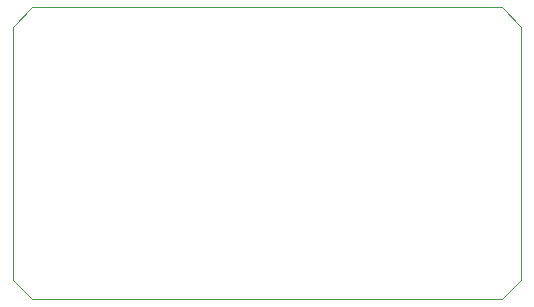
<source format=gbr>
G04 #@! TF.GenerationSoftware,KiCad,Pcbnew,(5.1.4)-1*
G04 #@! TF.CreationDate,2019-11-25T16:57:10-05:00*
G04 #@! TF.ProjectId,preamplifier,70726561-6d70-46c6-9966-6965722e6b69,rev?*
G04 #@! TF.SameCoordinates,Original*
G04 #@! TF.FileFunction,Profile,NP*
%FSLAX46Y46*%
G04 Gerber Fmt 4.6, Leading zero omitted, Abs format (unit mm)*
G04 Created by KiCad (PCBNEW (5.1.4)-1) date 2019-11-25 16:57:10*
%MOMM*%
%LPD*%
G04 APERTURE LIST*
%ADD10C,0.050000*%
G04 APERTURE END LIST*
D10*
X64404240Y-53416200D02*
X104175560Y-53416200D01*
X62788800Y-76514960D02*
X62788800Y-55031640D01*
X104175560Y-78130400D02*
X64404240Y-78130400D01*
X105791000Y-55031640D02*
X105791000Y-76514960D01*
X104175560Y-78130400D02*
X105791000Y-76514960D01*
X64404240Y-53416200D02*
X62788800Y-55031640D01*
X105791000Y-55031640D02*
X104175560Y-53416200D01*
X62788800Y-76514960D02*
X64404240Y-78130400D01*
M02*

</source>
